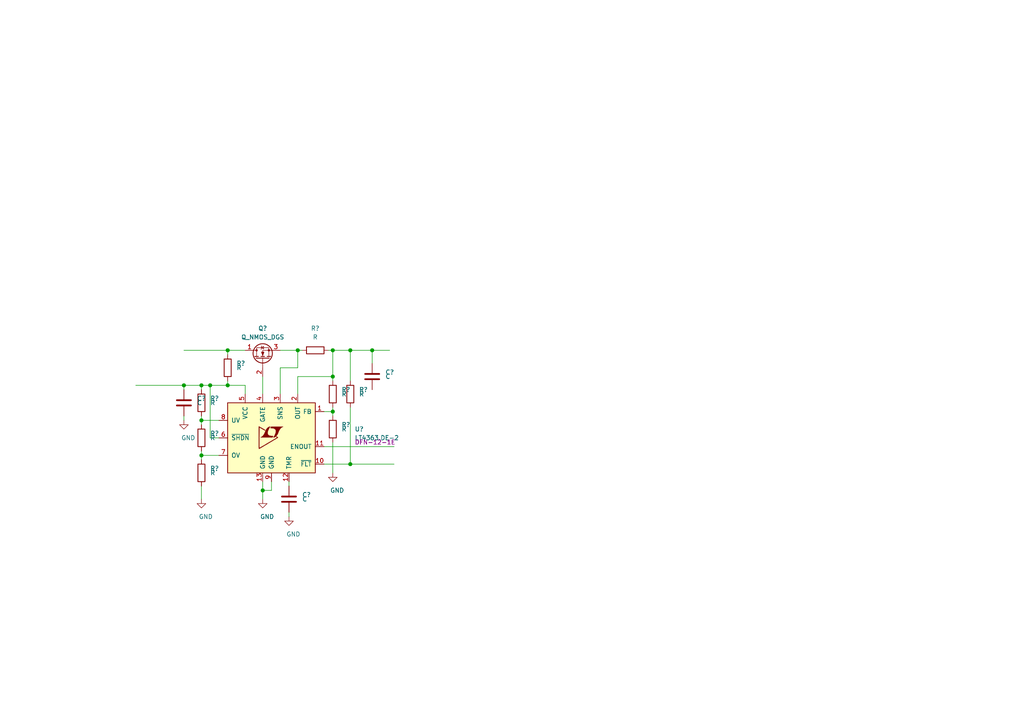
<source format=kicad_sch>
(kicad_sch (version 20201015) (generator eeschema)
  (paper "A4")
  (lib_symbols
    (symbol "ADI_Protection:LT4363.DE-2" (pin_names (offset 1.016))
      (property "Reference" "U" (at -12.7 -11.43 0))
      (property "Value" "LT4363.DE-2" (at 6.35 -11.43 0))
      (property "Footprint" "DFN-12-1EP" (at 0 0 0))
      (property "Datasheet" "http://www.linear.com/product/LT4363" (at 15.24 -20.32 0))
      (symbol "LT4363.DE-2_0_0"
        (polyline (pts (xy 0.381 0.3048) (xy 0.4064 0.3302) (xy 0.4572 0.4318) (xy 0.4826 0.508) (xy 0.4064 0.5334) (xy -0.0508 0.5334) (xy -0.4318 0.6096) (xy -0.7366 0.7112) (xy -0.9652 0.889) (xy -1.0922 1.143) (xy -1.143 1.4224) (xy -1.0922 1.778) (xy -1.016 2.0066) (xy -0.9144 2.286) (xy -0.6604 2.794) (xy -0.5588 3.0226) (xy -0.4572 3.1496) (xy -0.3302 3.2766) (xy -0.7366 3.175) (xy -1.0414 2.9972) (xy -1.3208 2.7178) (xy -1.5494 2.3876) (xy -1.7272 2.0066) (xy -1.7526 1.9558) (xy -1.9558 1.4478) (xy -2.159 1.0414) (xy -2.3876 0.7112) (xy -2.6162 0.4572) (xy -2.8702 0.2794) (xy -3.1496 0.127) (xy 0.254 0.127) (xy 0.381 0.3048)) (stroke (width 0.0254)) (fill (type outline)))
        (polyline (pts (xy 0.9144 0.1778) (xy 1.143 0.3048) (xy 1.397 0.5334) (xy 1.6256 0.8382) (xy 1.8288 1.1684) (xy 1.9812 1.5494) (xy 2.1082 1.905) (xy 2.3368 2.3368) (xy 2.5908 2.6924) (xy 2.8702 2.9718) (xy 3.1496 3.1496) (xy 3.3782 3.2512) (xy -0.0762 3.2512) (xy -0.2032 3.0734) (xy -0.2794 2.921) (xy -0.3048 2.8448) (xy -0.1016 2.8448) (xy 0.1016 2.8194) (xy 0.1524 2.8194) (xy 0.5334 2.7686) (xy 0.8382 2.667) (xy 1.0922 2.4892) (xy 1.2446 2.2606) (xy 1.2954 1.9812) (xy 1.27 1.651) (xy 1.27 1.6002) (xy 1.1684 1.2954) (xy 0.9144 0.6858) (xy 0.762 0.4318) (xy 0.635 0.2286) (xy 0.5334 0.127) (xy 0.6604 0.127) (xy 0.9144 0.1778)) (stroke (width 0.0254)) (fill (type outline)))
        (polyline (pts (xy -3.5306 -3.1496) (xy -3.4036 -3.0734) (xy -3.2258 -2.9718) (xy -2.7178 -2.667) (xy -2.3114 -2.4384) (xy -1.905 -2.1844) (xy -1.4986 -1.9558) (xy -1.1176 -1.7272) (xy -0.7874 -1.524) (xy -0.508 -1.3716) (xy -0.2794 -1.2192) (xy -0.127 -1.143) (xy 0 -1.0668) (xy 0.2032 -0.9398) (xy 0.4826 -0.762) (xy 0.7874 -0.5842) (xy 1.0922 -0.4318) (xy 1.3462 -0.254) (xy 1.5748 -0.127) (xy 1.7526 0) (xy 1.8542 0.0762) (xy 1.905 0.127) (xy 1.8796 0.127) (xy 1.778 0.2032) (xy 1.651 0.2794) (xy 1.5494 0.3302) (xy 1.4224 0.3556) (xy 1.3716 0.3302) (xy 1.397 0.2794) (xy 1.4986 0.1778) (xy 1.651 0.0762) (xy 0.2794 -0.7112) (xy 0 -0.889) (xy -1.4478 -1.7272) (xy -1.8796 -2.0066) (xy -2.2606 -2.2352) (xy -2.5654 -2.3876) (xy -2.8702 -2.5654) (xy -3.0988 -2.7178) (xy -3.302 -2.8194) (xy -3.429 -2.8956) (xy -3.4798 -2.8956) (xy -3.4798 -2.7686) (xy -3.5052 -2.54) (xy -3.5052 0.0762) (xy -3.4798 3.048) (xy -2.6924 2.5908) (xy -2.4892 2.4638) (xy -2.2606 2.3368) (xy -2.0574 2.2352) (xy -1.9304 2.159) (xy -1.8542 2.1336) (xy -1.8034 2.159) (xy -1.8034 2.2098) (xy -1.905 2.3114) (xy -2.1082 2.4384) (xy -2.3622 2.5908) (xy -2.5908 2.7178) (xy -2.8448 2.8702) (xy -3.0988 2.9972) (xy -3.302 3.1242) (xy -3.6576 3.3274) (xy -3.6576 -2.7432) (xy -3.6322 -2.9972) (xy -3.6322 -3.175) (xy -3.6068 -3.175) (xy -3.5306 -3.1496)) (stroke (width 0.0254)) (fill (type outline)))
      )
      (symbol "LT4363.DE-2_0_1"
        (rectangle (start -12.7 10.16) (end 12.7 -10.16) (stroke (width 0.254)) (fill (type background)))
      )
      (symbol "LT4363.DE-2_1_1"
        (pin passive line (at 15.24 7.62 180) (length 2.54) (name "FB") (number "1"))
        (pin passive line (at 7.62 12.7 270) (length 2.54) (name "OUT") (number "2"))
        (pin passive line (at 2.54 12.7 270) (length 2.54) (name "SNS") (number "3"))
        (pin input line (at -2.54 12.7 270) (length 2.54) (name "GATE") (number "4"))
        (pin power_in line (at -7.62 12.7 270) (length 2.54) (name "VCC") (number "5"))
        (pin input line (at -15.24 0 0) (length 2.54) (name "~SHDN~") (number "6"))
        (pin passive line (at -15.24 -5.08 0) (length 2.54) (name "OV") (number "7"))
        (pin input line (at -15.24 5.08 0) (length 2.54) (name "UV") (number "8"))
        (pin power_in line (at 0 -12.7 90) (length 2.54) (name "GND") (number "9"))
        (pin open_collector line (at 15.24 -7.62 180) (length 2.54) (name "~FLT~") (number "10"))
        (pin output line (at 15.24 -2.54 180) (length 2.54) (name "ENOUT") (number "11"))
        (pin passive line (at 5.08 -12.7 90) (length 2.54) (name "TMR") (number "12"))
        (pin power_in line (at -2.54 -12.7 90) (length 2.54) (name "GND") (number "13"))
      )
    )
    (symbol "Device:C" (pin_numbers hide) (pin_names (offset 0.254))
      (property "Reference" "C" (at 0.635 2.54 0))
      (property "Value" "C" (at 0.635 -2.54 0))
      (symbol "C_0_1"
        (polyline (pts (xy -2.032 -0.762) (xy 2.032 -0.762)) (stroke (width 0.508)))
        (polyline (pts (xy -2.032 0.762) (xy 2.032 0.762)) (stroke (width 0.508)))
      )
      (symbol "C_1_1"
        (pin passive line (at 0 3.81 270) (length 2.794) (name "~") (number "1"))
        (pin passive line (at 0 -3.81 90) (length 2.794) (name "~") (number "2"))
      )
    )
    (symbol "Device:Q_NMOS_DGS" (pin_names (offset 0) hide)
      (property "Reference" "Q" (at 5.08 1.27 0))
      (property "Value" "Q_NMOS_DGS" (at 5.08 -1.27 0))
      (symbol "Q_NMOS_DGS_0_1"
        (circle (center 1.651 0) (radius 2.794) (stroke (width 0.254)))
        (circle (center 2.54 -1.778) (radius 0.254) (fill (type outline)))
        (circle (center 2.54 1.778) (radius 0.254) (fill (type outline)))
        (polyline (pts (xy 0.254 0) (xy -2.54 0)))
        (polyline (pts (xy 0.254 1.905) (xy 0.254 -1.905)) (stroke (width 0.254)))
        (polyline (pts (xy 0.762 -1.27) (xy 0.762 -2.286)) (stroke (width 0.254)))
        (polyline (pts (xy 0.762 0.508) (xy 0.762 -0.508)) (stroke (width 0.254)))
        (polyline (pts (xy 0.762 2.286) (xy 0.762 1.27)) (stroke (width 0.254)))
        (polyline (pts (xy 2.54 2.54) (xy 2.54 1.778)))
        (polyline (pts (xy 2.54 -2.54) (xy 2.54 0) (xy 0.762 0)))
        (polyline (pts (xy 0.762 -1.778) (xy 3.302 -1.778) (xy 3.302 1.778) (xy 0.762 1.778)))
        (polyline (pts (xy 1.016 0) (xy 2.032 0.381) (xy 2.032 -0.381) (xy 1.016 0)) (fill (type outline)))
        (polyline (pts (xy 2.794 0.508) (xy 2.921 0.381) (xy 3.683 0.381) (xy 3.81 0.254)))
        (polyline (pts (xy 3.302 0.381) (xy 2.921 -0.254) (xy 3.683 -0.254) (xy 3.302 0.381)))
      )
      (symbol "Q_NMOS_DGS_1_1"
        (pin passive line (at 2.54 5.08 270) (length 2.54) (name "D") (number "1"))
        (pin input line (at -5.08 0 0) (length 2.54) (name "G") (number "2"))
        (pin passive line (at 2.54 -5.08 90) (length 2.54) (name "S") (number "3"))
      )
    )
    (symbol "Device:R" (pin_numbers hide) (pin_names (offset 0))
      (property "Reference" "R" (at 2.032 0 90))
      (property "Value" "R" (at 0 0 90))
      (symbol "R_0_1"
        (rectangle (start -1.016 -2.54) (end 1.016 2.54) (stroke (width 0.254)))
      )
      (symbol "R_1_1"
        (pin passive line (at 0 3.81 270) (length 1.27) (name "~") (number "1"))
        (pin passive line (at 0 -3.81 90) (length 1.27) (name "~") (number "2"))
      )
    )
    (symbol "power:GND" (power) (pin_names (offset 0))
      (property "Value" "GND" (at 0 -3.81 0))
      (symbol "GND_0_1"
        (polyline (pts (xy 0 0) (xy 0 -1.27) (xy 1.27 -1.27) (xy 0 -2.54) (xy -1.27 -1.27) (xy 0 -1.27)))
      )
      (symbol "GND_1_1"
        (pin power_in line (at 0 0 270) (length 0) hide (name "GND") (number "1"))
      )
    )
  )
  (junction (at 53.34 111.76) (diameter 1.016))
  (junction (at 58.42 111.76) (diameter 1.016))
  (junction (at 58.42 121.92) (diameter 1.016))
  (junction (at 58.42 132.08) (diameter 1.016))
  (junction (at 60.96 111.76) (diameter 1.016))
  (junction (at 66.04 101.6) (diameter 1.016))
  (junction (at 66.04 111.76) (diameter 1.016))
  (junction (at 76.2 142.24) (diameter 1.016))
  (junction (at 86.36 101.6) (diameter 1.016))
  (junction (at 96.52 101.6) (diameter 1.016))
  (junction (at 96.52 109.22) (diameter 1.016))
  (junction (at 96.52 119.38) (diameter 1.016))
  (junction (at 101.6 101.6) (diameter 1.016))
  (junction (at 101.6 134.62) (diameter 1.016))
  (junction (at 107.95 101.6) (diameter 1.016))
  (wire (pts (xy 39.37 111.76) (xy 53.34 111.76)))
  (wire (pts (xy 53.34 101.6) (xy 66.04 101.6)))
  (wire (pts (xy 53.34 111.76) (xy 58.42 111.76)))
  (wire (pts (xy 53.34 113.03) (xy 53.34 111.76)))
  (wire (pts (xy 53.34 120.65) (xy 53.34 121.92)))
  (wire (pts (xy 58.42 111.76) (xy 60.96 111.76)))
  (wire (pts (xy 58.42 113.03) (xy 58.42 111.76)))
  (wire (pts (xy 58.42 120.65) (xy 58.42 121.92)))
  (wire (pts (xy 58.42 121.92) (xy 58.42 123.19)))
  (wire (pts (xy 58.42 130.81) (xy 58.42 132.08)))
  (wire (pts (xy 58.42 132.08) (xy 58.42 133.35)))
  (wire (pts (xy 58.42 132.08) (xy 63.5 132.08)))
  (wire (pts (xy 58.42 140.97) (xy 58.42 144.78)))
  (wire (pts (xy 60.96 111.76) (xy 60.96 127)))
  (wire (pts (xy 60.96 111.76) (xy 66.04 111.76)))
  (wire (pts (xy 60.96 127) (xy 63.5 127)))
  (wire (pts (xy 63.5 121.92) (xy 58.42 121.92)))
  (wire (pts (xy 66.04 101.6) (xy 66.04 102.87)))
  (wire (pts (xy 66.04 101.6) (xy 71.12 101.6)))
  (wire (pts (xy 66.04 111.76) (xy 66.04 110.49)))
  (wire (pts (xy 66.04 111.76) (xy 71.12 111.76)))
  (wire (pts (xy 71.12 111.76) (xy 71.12 114.3)))
  (wire (pts (xy 76.2 109.22) (xy 76.2 114.3)))
  (wire (pts (xy 76.2 139.7) (xy 76.2 142.24)))
  (wire (pts (xy 76.2 142.24) (xy 76.2 144.78)))
  (wire (pts (xy 78.74 139.7) (xy 78.74 142.24)))
  (wire (pts (xy 78.74 142.24) (xy 76.2 142.24)))
  (wire (pts (xy 81.28 101.6) (xy 86.36 101.6)))
  (wire (pts (xy 81.28 106.68) (xy 86.36 106.68)))
  (wire (pts (xy 81.28 114.3) (xy 81.28 106.68)))
  (wire (pts (xy 83.82 139.7) (xy 83.82 140.97)))
  (wire (pts (xy 83.82 148.59) (xy 83.82 149.86)))
  (wire (pts (xy 86.36 101.6) (xy 87.63 101.6)))
  (wire (pts (xy 86.36 106.68) (xy 86.36 101.6)))
  (wire (pts (xy 86.36 109.22) (xy 86.36 114.3)))
  (wire (pts (xy 86.36 109.22) (xy 96.52 109.22)))
  (wire (pts (xy 93.98 119.38) (xy 96.52 119.38)))
  (wire (pts (xy 93.98 129.54) (xy 114.3 129.54)))
  (wire (pts (xy 93.98 134.62) (xy 101.6 134.62)))
  (wire (pts (xy 95.25 101.6) (xy 96.52 101.6)))
  (wire (pts (xy 96.52 101.6) (xy 96.52 109.22)))
  (wire (pts (xy 96.52 101.6) (xy 101.6 101.6)))
  (wire (pts (xy 96.52 109.22) (xy 96.52 110.49)))
  (wire (pts (xy 96.52 118.11) (xy 96.52 119.38)))
  (wire (pts (xy 96.52 119.38) (xy 96.52 120.65)))
  (wire (pts (xy 96.52 128.27) (xy 96.52 137.16)))
  (wire (pts (xy 101.6 101.6) (xy 107.95 101.6)))
  (wire (pts (xy 101.6 110.49) (xy 101.6 101.6)))
  (wire (pts (xy 101.6 118.11) (xy 101.6 134.62)))
  (wire (pts (xy 101.6 134.62) (xy 114.3 134.62)))
  (wire (pts (xy 107.95 101.6) (xy 113.03 101.6)))
  (wire (pts (xy 107.95 105.41) (xy 107.95 101.6)))
  (symbol (lib_id "power:GND") (at 53.34 121.92 0) (unit 1)
    (property "Reference" "#PWR?" (effects hide))
    (property "Value" "GND" (at 54.61 127 0))
  )
  (symbol (lib_id "power:GND") (at 58.42 144.78 0) (unit 1)
    (property "Reference" "#PWR?" (effects hide))
    (property "Value" "GND" (at 59.69 149.86 0))
  )
  (symbol (lib_id "power:GND") (at 76.2 144.78 0) (unit 1)
    (property "Reference" "#PWR?" (effects hide))
    (property "Value" "GND" (at 77.47 149.86 0))
  )
  (symbol (lib_id "power:GND") (at 83.82 149.86 0) (unit 1)
    (property "Reference" "#PWR?" (effects hide))
    (property "Value" "GND" (at 85.09 154.94 0))
  )
  (symbol (lib_id "power:GND") (at 96.52 137.16 0) (unit 1)
    (property "Reference" "#PWR?" (effects hide))
    (property "Value" "GND" (at 97.79 142.24 0))
  )
  (symbol (lib_id "Device:R") (at 58.42 116.84 180) (unit 1)
    (property "Reference" "R?" (at 60.96 115.57 0) (effects (justify right)))
    (property "Value" "R" (at 60.96 116.84 0) (effects (justify right)))
  )
  (symbol (lib_id "Device:R") (at 58.42 127 180) (unit 1)
    (property "Reference" "R?" (at 60.96 125.73 0) (effects (justify right)))
    (property "Value" "R" (at 60.96 127 0) (effects (justify right)))
  )
  (symbol (lib_id "Device:R") (at 58.42 137.16 180) (unit 1)
    (property "Reference" "R?" (at 60.96 135.89 0) (effects (justify right)))
    (property "Value" "R" (at 60.96 137.16 0) (effects (justify right)))
  )
  (symbol (lib_id "Device:R") (at 66.04 106.68 180) (unit 1)
    (property "Reference" "R?" (at 68.58 105.41 0) (effects (justify right)))
    (property "Value" "R" (at 68.58 106.68 0) (effects (justify right)))
  )
  (symbol (lib_id "Device:R") (at 91.44 101.6 270) (unit 1)
    (property "Reference" "R?" (at 91.44 95.25 90))
    (property "Value" "R" (at 91.44 97.79 90))
  )
  (symbol (lib_id "Device:R") (at 96.52 114.3 180) (unit 1)
    (property "Reference" "R?" (at 99.06 113.03 0) (effects (justify right)))
    (property "Value" "R" (at 99.06 114.3 0) (effects (justify right)))
  )
  (symbol (lib_id "Device:R") (at 96.52 124.46 180) (unit 1)
    (property "Reference" "R?" (at 99.06 123.19 0) (effects (justify right)))
    (property "Value" "R" (at 99.06 124.46 0) (effects (justify right)))
  )
  (symbol (lib_id "Device:R") (at 101.6 114.3 180) (unit 1)
    (property "Reference" "R?" (at 104.14 113.03 0) (effects (justify right)))
    (property "Value" "R" (at 104.14 114.3 0) (effects (justify right)))
  )
  (symbol (lib_id "Device:C") (at 53.34 116.84 0) (unit 1)
    (property "Reference" "C?" (at 57.15 115.57 0) (effects (justify left)))
    (property "Value" "C" (at 57.15 116.84 0) (effects (justify left)))
  )
  (symbol (lib_id "Device:C") (at 83.82 144.78 0) (unit 1)
    (property "Reference" "C?" (at 87.63 143.51 0) (effects (justify left)))
    (property "Value" "C" (at 87.63 144.78 0) (effects (justify left)))
  )
  (symbol (lib_id "Device:C") (at 107.95 109.22 0) (unit 1)
    (property "Reference" "C?" (at 111.76 107.95 0) (effects (justify left)))
    (property "Value" "C" (at 111.76 109.22 0) (effects (justify left)))
  )
  (symbol (lib_id "Device:Q_NMOS_DGS") (at 76.2 104.14 90) (unit 1)
    (property "Reference" "Q?" (at 76.2 95.25 90))
    (property "Value" "Q_NMOS_DGS" (at 76.2 97.79 90))
  )
  (symbol (lib_id "ADI_Protection:LT4363.DE-2") (at 78.74 127 0) (unit 1)
    (property "Reference" "U?" (at 102.87 124.46 0) (effects (justify left)))
    (property "Value" "LT4363.DE-2" (at 102.87 127 0) (effects (justify left)))
    (property "Footprint" "DFN-12-1E" (at 102.87 128.27 0) (effects (justify left)))
  )
)
</source>
